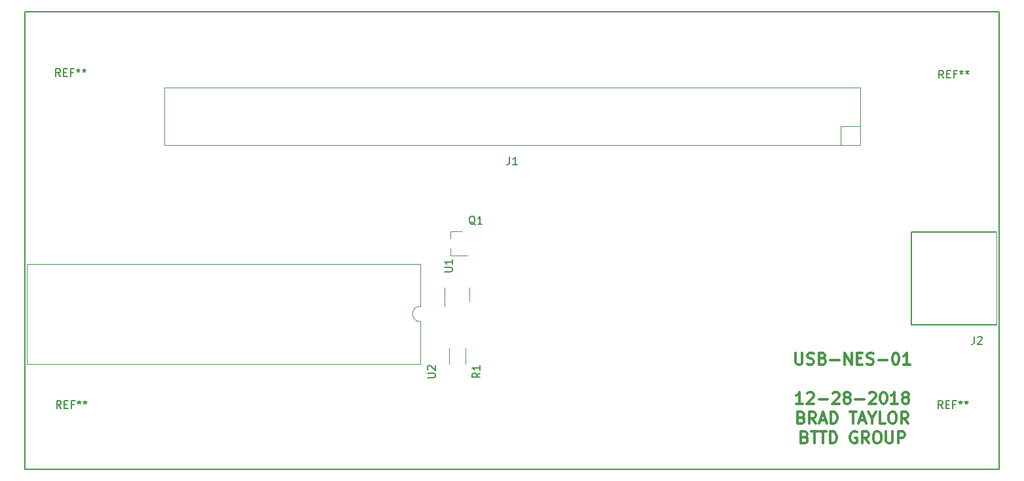
<source format=gbr>
G04 #@! TF.FileFunction,Legend,Top*
%FSLAX46Y46*%
G04 Gerber Fmt 4.6, Leading zero omitted, Abs format (unit mm)*
G04 Created by KiCad (PCBNEW 4.0.4-stable) date 12/28/18 13:00:29*
%MOMM*%
%LPD*%
G01*
G04 APERTURE LIST*
%ADD10C,0.100000*%
%ADD11C,0.300000*%
%ADD12C,0.150000*%
%ADD13C,0.120000*%
%ADD14C,0.050000*%
G04 APERTURE END LIST*
D10*
D11*
X185167858Y-135653571D02*
X185167858Y-136867857D01*
X185239286Y-137010714D01*
X185310715Y-137082143D01*
X185453572Y-137153571D01*
X185739286Y-137153571D01*
X185882144Y-137082143D01*
X185953572Y-137010714D01*
X186025001Y-136867857D01*
X186025001Y-135653571D01*
X186667858Y-137082143D02*
X186882144Y-137153571D01*
X187239287Y-137153571D01*
X187382144Y-137082143D01*
X187453573Y-137010714D01*
X187525001Y-136867857D01*
X187525001Y-136725000D01*
X187453573Y-136582143D01*
X187382144Y-136510714D01*
X187239287Y-136439286D01*
X186953573Y-136367857D01*
X186810715Y-136296429D01*
X186739287Y-136225000D01*
X186667858Y-136082143D01*
X186667858Y-135939286D01*
X186739287Y-135796429D01*
X186810715Y-135725000D01*
X186953573Y-135653571D01*
X187310715Y-135653571D01*
X187525001Y-135725000D01*
X188667858Y-136367857D02*
X188882144Y-136439286D01*
X188953572Y-136510714D01*
X189025001Y-136653571D01*
X189025001Y-136867857D01*
X188953572Y-137010714D01*
X188882144Y-137082143D01*
X188739286Y-137153571D01*
X188167858Y-137153571D01*
X188167858Y-135653571D01*
X188667858Y-135653571D01*
X188810715Y-135725000D01*
X188882144Y-135796429D01*
X188953572Y-135939286D01*
X188953572Y-136082143D01*
X188882144Y-136225000D01*
X188810715Y-136296429D01*
X188667858Y-136367857D01*
X188167858Y-136367857D01*
X189667858Y-136582143D02*
X190810715Y-136582143D01*
X191525001Y-137153571D02*
X191525001Y-135653571D01*
X192382144Y-137153571D01*
X192382144Y-135653571D01*
X193096430Y-136367857D02*
X193596430Y-136367857D01*
X193810716Y-137153571D02*
X193096430Y-137153571D01*
X193096430Y-135653571D01*
X193810716Y-135653571D01*
X194382144Y-137082143D02*
X194596430Y-137153571D01*
X194953573Y-137153571D01*
X195096430Y-137082143D01*
X195167859Y-137010714D01*
X195239287Y-136867857D01*
X195239287Y-136725000D01*
X195167859Y-136582143D01*
X195096430Y-136510714D01*
X194953573Y-136439286D01*
X194667859Y-136367857D01*
X194525001Y-136296429D01*
X194453573Y-136225000D01*
X194382144Y-136082143D01*
X194382144Y-135939286D01*
X194453573Y-135796429D01*
X194525001Y-135725000D01*
X194667859Y-135653571D01*
X195025001Y-135653571D01*
X195239287Y-135725000D01*
X195882144Y-136582143D02*
X197025001Y-136582143D01*
X198025001Y-135653571D02*
X198167858Y-135653571D01*
X198310715Y-135725000D01*
X198382144Y-135796429D01*
X198453573Y-135939286D01*
X198525001Y-136225000D01*
X198525001Y-136582143D01*
X198453573Y-136867857D01*
X198382144Y-137010714D01*
X198310715Y-137082143D01*
X198167858Y-137153571D01*
X198025001Y-137153571D01*
X197882144Y-137082143D01*
X197810715Y-137010714D01*
X197739287Y-136867857D01*
X197667858Y-136582143D01*
X197667858Y-136225000D01*
X197739287Y-135939286D01*
X197810715Y-135796429D01*
X197882144Y-135725000D01*
X198025001Y-135653571D01*
X199953572Y-137153571D02*
X199096429Y-137153571D01*
X199525001Y-137153571D02*
X199525001Y-135653571D01*
X199382144Y-135867857D01*
X199239286Y-136010714D01*
X199096429Y-136082143D01*
X186096430Y-142253571D02*
X185239287Y-142253571D01*
X185667859Y-142253571D02*
X185667859Y-140753571D01*
X185525002Y-140967857D01*
X185382144Y-141110714D01*
X185239287Y-141182143D01*
X186667858Y-140896429D02*
X186739287Y-140825000D01*
X186882144Y-140753571D01*
X187239287Y-140753571D01*
X187382144Y-140825000D01*
X187453573Y-140896429D01*
X187525001Y-141039286D01*
X187525001Y-141182143D01*
X187453573Y-141396429D01*
X186596430Y-142253571D01*
X187525001Y-142253571D01*
X188167858Y-141682143D02*
X189310715Y-141682143D01*
X189953572Y-140896429D02*
X190025001Y-140825000D01*
X190167858Y-140753571D01*
X190525001Y-140753571D01*
X190667858Y-140825000D01*
X190739287Y-140896429D01*
X190810715Y-141039286D01*
X190810715Y-141182143D01*
X190739287Y-141396429D01*
X189882144Y-142253571D01*
X190810715Y-142253571D01*
X191667858Y-141396429D02*
X191525000Y-141325000D01*
X191453572Y-141253571D01*
X191382143Y-141110714D01*
X191382143Y-141039286D01*
X191453572Y-140896429D01*
X191525000Y-140825000D01*
X191667858Y-140753571D01*
X191953572Y-140753571D01*
X192096429Y-140825000D01*
X192167858Y-140896429D01*
X192239286Y-141039286D01*
X192239286Y-141110714D01*
X192167858Y-141253571D01*
X192096429Y-141325000D01*
X191953572Y-141396429D01*
X191667858Y-141396429D01*
X191525000Y-141467857D01*
X191453572Y-141539286D01*
X191382143Y-141682143D01*
X191382143Y-141967857D01*
X191453572Y-142110714D01*
X191525000Y-142182143D01*
X191667858Y-142253571D01*
X191953572Y-142253571D01*
X192096429Y-142182143D01*
X192167858Y-142110714D01*
X192239286Y-141967857D01*
X192239286Y-141682143D01*
X192167858Y-141539286D01*
X192096429Y-141467857D01*
X191953572Y-141396429D01*
X192882143Y-141682143D02*
X194025000Y-141682143D01*
X194667857Y-140896429D02*
X194739286Y-140825000D01*
X194882143Y-140753571D01*
X195239286Y-140753571D01*
X195382143Y-140825000D01*
X195453572Y-140896429D01*
X195525000Y-141039286D01*
X195525000Y-141182143D01*
X195453572Y-141396429D01*
X194596429Y-142253571D01*
X195525000Y-142253571D01*
X196453571Y-140753571D02*
X196596428Y-140753571D01*
X196739285Y-140825000D01*
X196810714Y-140896429D01*
X196882143Y-141039286D01*
X196953571Y-141325000D01*
X196953571Y-141682143D01*
X196882143Y-141967857D01*
X196810714Y-142110714D01*
X196739285Y-142182143D01*
X196596428Y-142253571D01*
X196453571Y-142253571D01*
X196310714Y-142182143D01*
X196239285Y-142110714D01*
X196167857Y-141967857D01*
X196096428Y-141682143D01*
X196096428Y-141325000D01*
X196167857Y-141039286D01*
X196239285Y-140896429D01*
X196310714Y-140825000D01*
X196453571Y-140753571D01*
X198382142Y-142253571D02*
X197524999Y-142253571D01*
X197953571Y-142253571D02*
X197953571Y-140753571D01*
X197810714Y-140967857D01*
X197667856Y-141110714D01*
X197524999Y-141182143D01*
X199239285Y-141396429D02*
X199096427Y-141325000D01*
X199024999Y-141253571D01*
X198953570Y-141110714D01*
X198953570Y-141039286D01*
X199024999Y-140896429D01*
X199096427Y-140825000D01*
X199239285Y-140753571D01*
X199524999Y-140753571D01*
X199667856Y-140825000D01*
X199739285Y-140896429D01*
X199810713Y-141039286D01*
X199810713Y-141110714D01*
X199739285Y-141253571D01*
X199667856Y-141325000D01*
X199524999Y-141396429D01*
X199239285Y-141396429D01*
X199096427Y-141467857D01*
X199024999Y-141539286D01*
X198953570Y-141682143D01*
X198953570Y-141967857D01*
X199024999Y-142110714D01*
X199096427Y-142182143D01*
X199239285Y-142253571D01*
X199524999Y-142253571D01*
X199667856Y-142182143D01*
X199739285Y-142110714D01*
X199810713Y-141967857D01*
X199810713Y-141682143D01*
X199739285Y-141539286D01*
X199667856Y-141467857D01*
X199524999Y-141396429D01*
X185917858Y-144017857D02*
X186132144Y-144089286D01*
X186203572Y-144160714D01*
X186275001Y-144303571D01*
X186275001Y-144517857D01*
X186203572Y-144660714D01*
X186132144Y-144732143D01*
X185989286Y-144803571D01*
X185417858Y-144803571D01*
X185417858Y-143303571D01*
X185917858Y-143303571D01*
X186060715Y-143375000D01*
X186132144Y-143446429D01*
X186203572Y-143589286D01*
X186203572Y-143732143D01*
X186132144Y-143875000D01*
X186060715Y-143946429D01*
X185917858Y-144017857D01*
X185417858Y-144017857D01*
X187775001Y-144803571D02*
X187275001Y-144089286D01*
X186917858Y-144803571D02*
X186917858Y-143303571D01*
X187489286Y-143303571D01*
X187632144Y-143375000D01*
X187703572Y-143446429D01*
X187775001Y-143589286D01*
X187775001Y-143803571D01*
X187703572Y-143946429D01*
X187632144Y-144017857D01*
X187489286Y-144089286D01*
X186917858Y-144089286D01*
X188346429Y-144375000D02*
X189060715Y-144375000D01*
X188203572Y-144803571D02*
X188703572Y-143303571D01*
X189203572Y-144803571D01*
X189703572Y-144803571D02*
X189703572Y-143303571D01*
X190060715Y-143303571D01*
X190275000Y-143375000D01*
X190417858Y-143517857D01*
X190489286Y-143660714D01*
X190560715Y-143946429D01*
X190560715Y-144160714D01*
X190489286Y-144446429D01*
X190417858Y-144589286D01*
X190275000Y-144732143D01*
X190060715Y-144803571D01*
X189703572Y-144803571D01*
X192132143Y-143303571D02*
X192989286Y-143303571D01*
X192560715Y-144803571D02*
X192560715Y-143303571D01*
X193417857Y-144375000D02*
X194132143Y-144375000D01*
X193275000Y-144803571D02*
X193775000Y-143303571D01*
X194275000Y-144803571D01*
X195060714Y-144089286D02*
X195060714Y-144803571D01*
X194560714Y-143303571D02*
X195060714Y-144089286D01*
X195560714Y-143303571D01*
X196775000Y-144803571D02*
X196060714Y-144803571D01*
X196060714Y-143303571D01*
X197560714Y-143303571D02*
X197846428Y-143303571D01*
X197989286Y-143375000D01*
X198132143Y-143517857D01*
X198203571Y-143803571D01*
X198203571Y-144303571D01*
X198132143Y-144589286D01*
X197989286Y-144732143D01*
X197846428Y-144803571D01*
X197560714Y-144803571D01*
X197417857Y-144732143D01*
X197275000Y-144589286D01*
X197203571Y-144303571D01*
X197203571Y-143803571D01*
X197275000Y-143517857D01*
X197417857Y-143375000D01*
X197560714Y-143303571D01*
X199703572Y-144803571D02*
X199203572Y-144089286D01*
X198846429Y-144803571D02*
X198846429Y-143303571D01*
X199417857Y-143303571D01*
X199560715Y-143375000D01*
X199632143Y-143446429D01*
X199703572Y-143589286D01*
X199703572Y-143803571D01*
X199632143Y-143946429D01*
X199560715Y-144017857D01*
X199417857Y-144089286D01*
X198846429Y-144089286D01*
X186346429Y-146567857D02*
X186560715Y-146639286D01*
X186632143Y-146710714D01*
X186703572Y-146853571D01*
X186703572Y-147067857D01*
X186632143Y-147210714D01*
X186560715Y-147282143D01*
X186417857Y-147353571D01*
X185846429Y-147353571D01*
X185846429Y-145853571D01*
X186346429Y-145853571D01*
X186489286Y-145925000D01*
X186560715Y-145996429D01*
X186632143Y-146139286D01*
X186632143Y-146282143D01*
X186560715Y-146425000D01*
X186489286Y-146496429D01*
X186346429Y-146567857D01*
X185846429Y-146567857D01*
X187132143Y-145853571D02*
X187989286Y-145853571D01*
X187560715Y-147353571D02*
X187560715Y-145853571D01*
X188275000Y-145853571D02*
X189132143Y-145853571D01*
X188703572Y-147353571D02*
X188703572Y-145853571D01*
X189632143Y-147353571D02*
X189632143Y-145853571D01*
X189989286Y-145853571D01*
X190203571Y-145925000D01*
X190346429Y-146067857D01*
X190417857Y-146210714D01*
X190489286Y-146496429D01*
X190489286Y-146710714D01*
X190417857Y-146996429D01*
X190346429Y-147139286D01*
X190203571Y-147282143D01*
X189989286Y-147353571D01*
X189632143Y-147353571D01*
X193060714Y-145925000D02*
X192917857Y-145853571D01*
X192703571Y-145853571D01*
X192489286Y-145925000D01*
X192346428Y-146067857D01*
X192275000Y-146210714D01*
X192203571Y-146496429D01*
X192203571Y-146710714D01*
X192275000Y-146996429D01*
X192346428Y-147139286D01*
X192489286Y-147282143D01*
X192703571Y-147353571D01*
X192846428Y-147353571D01*
X193060714Y-147282143D01*
X193132143Y-147210714D01*
X193132143Y-146710714D01*
X192846428Y-146710714D01*
X194632143Y-147353571D02*
X194132143Y-146639286D01*
X193775000Y-147353571D02*
X193775000Y-145853571D01*
X194346428Y-145853571D01*
X194489286Y-145925000D01*
X194560714Y-145996429D01*
X194632143Y-146139286D01*
X194632143Y-146353571D01*
X194560714Y-146496429D01*
X194489286Y-146567857D01*
X194346428Y-146639286D01*
X193775000Y-146639286D01*
X195560714Y-145853571D02*
X195846428Y-145853571D01*
X195989286Y-145925000D01*
X196132143Y-146067857D01*
X196203571Y-146353571D01*
X196203571Y-146853571D01*
X196132143Y-147139286D01*
X195989286Y-147282143D01*
X195846428Y-147353571D01*
X195560714Y-147353571D01*
X195417857Y-147282143D01*
X195275000Y-147139286D01*
X195203571Y-146853571D01*
X195203571Y-146353571D01*
X195275000Y-146067857D01*
X195417857Y-145925000D01*
X195560714Y-145853571D01*
X196846429Y-145853571D02*
X196846429Y-147067857D01*
X196917857Y-147210714D01*
X196989286Y-147282143D01*
X197132143Y-147353571D01*
X197417857Y-147353571D01*
X197560715Y-147282143D01*
X197632143Y-147210714D01*
X197703572Y-147067857D01*
X197703572Y-145853571D01*
X198417858Y-147353571D02*
X198417858Y-145853571D01*
X198989286Y-145853571D01*
X199132144Y-145925000D01*
X199203572Y-145996429D01*
X199275001Y-146139286D01*
X199275001Y-146353571D01*
X199203572Y-146496429D01*
X199132144Y-146567857D01*
X198989286Y-146639286D01*
X198417858Y-146639286D01*
D12*
X211500000Y-150700000D02*
X211500000Y-91500000D01*
X85500000Y-150700000D02*
X85500000Y-91500000D01*
X85500000Y-91500000D02*
X211500000Y-91500000D01*
X85500000Y-150700000D02*
X211500000Y-150700000D01*
D13*
X103501100Y-101253600D02*
X103501100Y-108753600D01*
X193501100Y-101253600D02*
X103501100Y-101253600D01*
X193501100Y-108753600D02*
X103501100Y-108753600D01*
X191001100Y-106253600D02*
X191001100Y-108753600D01*
X191001100Y-106253600D02*
X193501100Y-106253600D01*
X193501100Y-101253600D02*
X193501100Y-108753600D01*
X136630000Y-131620000D02*
G75*
G02X136630000Y-129620000I0J1000000D01*
G01*
X136630000Y-129620000D02*
X136630000Y-124160000D01*
X136630000Y-124160000D02*
X85710000Y-124160000D01*
X85710000Y-124160000D02*
X85710000Y-137080000D01*
X85710000Y-137080000D02*
X136630000Y-137080000D01*
X136630000Y-137080000D02*
X136630000Y-131620000D01*
D12*
X211100000Y-120000000D02*
X200100000Y-120000000D01*
X200100000Y-120000000D02*
X200100000Y-132000000D01*
X211100000Y-132000000D02*
X200100000Y-132000000D01*
D14*
X211100000Y-132000000D02*
X211100000Y-120000000D01*
D13*
X140540000Y-119920000D02*
X140540000Y-120850000D01*
X140540000Y-123080000D02*
X140540000Y-122150000D01*
X140540000Y-123080000D02*
X142700000Y-123080000D01*
X140540000Y-119920000D02*
X142000000Y-119920000D01*
X142470000Y-135100000D02*
X142470000Y-137100000D01*
X140330000Y-137100000D02*
X140330000Y-135100000D01*
X143010000Y-129000000D02*
X143010000Y-127200000D01*
X139790000Y-127200000D02*
X139790000Y-129650000D01*
D12*
X148166667Y-110252381D02*
X148166667Y-110966667D01*
X148119047Y-111109524D01*
X148023809Y-111204762D01*
X147880952Y-111252381D01*
X147785714Y-111252381D01*
X149166667Y-111252381D02*
X148595238Y-111252381D01*
X148880952Y-111252381D02*
X148880952Y-110252381D01*
X148785714Y-110395238D01*
X148690476Y-110490476D01*
X148595238Y-110538095D01*
X204266667Y-100052381D02*
X203933333Y-99576190D01*
X203695238Y-100052381D02*
X203695238Y-99052381D01*
X204076191Y-99052381D01*
X204171429Y-99100000D01*
X204219048Y-99147619D01*
X204266667Y-99242857D01*
X204266667Y-99385714D01*
X204219048Y-99480952D01*
X204171429Y-99528571D01*
X204076191Y-99576190D01*
X203695238Y-99576190D01*
X204695238Y-99528571D02*
X205028572Y-99528571D01*
X205171429Y-100052381D02*
X204695238Y-100052381D01*
X204695238Y-99052381D01*
X205171429Y-99052381D01*
X205933334Y-99528571D02*
X205600000Y-99528571D01*
X205600000Y-100052381D02*
X205600000Y-99052381D01*
X206076191Y-99052381D01*
X206600000Y-99052381D02*
X206600000Y-99290476D01*
X206361905Y-99195238D02*
X206600000Y-99290476D01*
X206838096Y-99195238D01*
X206457143Y-99480952D02*
X206600000Y-99290476D01*
X206742858Y-99480952D01*
X207361905Y-99052381D02*
X207361905Y-99290476D01*
X207123810Y-99195238D02*
X207361905Y-99290476D01*
X207600001Y-99195238D01*
X207219048Y-99480952D02*
X207361905Y-99290476D01*
X207504763Y-99480952D01*
X90066667Y-99852381D02*
X89733333Y-99376190D01*
X89495238Y-99852381D02*
X89495238Y-98852381D01*
X89876191Y-98852381D01*
X89971429Y-98900000D01*
X90019048Y-98947619D01*
X90066667Y-99042857D01*
X90066667Y-99185714D01*
X90019048Y-99280952D01*
X89971429Y-99328571D01*
X89876191Y-99376190D01*
X89495238Y-99376190D01*
X90495238Y-99328571D02*
X90828572Y-99328571D01*
X90971429Y-99852381D02*
X90495238Y-99852381D01*
X90495238Y-98852381D01*
X90971429Y-98852381D01*
X91733334Y-99328571D02*
X91400000Y-99328571D01*
X91400000Y-99852381D02*
X91400000Y-98852381D01*
X91876191Y-98852381D01*
X92400000Y-98852381D02*
X92400000Y-99090476D01*
X92161905Y-98995238D02*
X92400000Y-99090476D01*
X92638096Y-98995238D01*
X92257143Y-99280952D02*
X92400000Y-99090476D01*
X92542858Y-99280952D01*
X93161905Y-98852381D02*
X93161905Y-99090476D01*
X92923810Y-98995238D02*
X93161905Y-99090476D01*
X93400001Y-98995238D01*
X93019048Y-99280952D02*
X93161905Y-99090476D01*
X93304763Y-99280952D01*
X137552381Y-138861905D02*
X138361905Y-138861905D01*
X138457143Y-138814286D01*
X138504762Y-138766667D01*
X138552381Y-138671429D01*
X138552381Y-138480952D01*
X138504762Y-138385714D01*
X138457143Y-138338095D01*
X138361905Y-138290476D01*
X137552381Y-138290476D01*
X137647619Y-137861905D02*
X137600000Y-137814286D01*
X137552381Y-137719048D01*
X137552381Y-137480952D01*
X137600000Y-137385714D01*
X137647619Y-137338095D01*
X137742857Y-137290476D01*
X137838095Y-137290476D01*
X137980952Y-137338095D01*
X138552381Y-137909524D01*
X138552381Y-137290476D01*
X204166667Y-142842381D02*
X203833333Y-142366190D01*
X203595238Y-142842381D02*
X203595238Y-141842381D01*
X203976191Y-141842381D01*
X204071429Y-141890000D01*
X204119048Y-141937619D01*
X204166667Y-142032857D01*
X204166667Y-142175714D01*
X204119048Y-142270952D01*
X204071429Y-142318571D01*
X203976191Y-142366190D01*
X203595238Y-142366190D01*
X204595238Y-142318571D02*
X204928572Y-142318571D01*
X205071429Y-142842381D02*
X204595238Y-142842381D01*
X204595238Y-141842381D01*
X205071429Y-141842381D01*
X205833334Y-142318571D02*
X205500000Y-142318571D01*
X205500000Y-142842381D02*
X205500000Y-141842381D01*
X205976191Y-141842381D01*
X206500000Y-141842381D02*
X206500000Y-142080476D01*
X206261905Y-141985238D02*
X206500000Y-142080476D01*
X206738096Y-141985238D01*
X206357143Y-142270952D02*
X206500000Y-142080476D01*
X206642858Y-142270952D01*
X207261905Y-141842381D02*
X207261905Y-142080476D01*
X207023810Y-141985238D02*
X207261905Y-142080476D01*
X207500001Y-141985238D01*
X207119048Y-142270952D02*
X207261905Y-142080476D01*
X207404763Y-142270952D01*
X208266667Y-133552381D02*
X208266667Y-134266667D01*
X208219047Y-134409524D01*
X208123809Y-134504762D01*
X207980952Y-134552381D01*
X207885714Y-134552381D01*
X208695238Y-133647619D02*
X208742857Y-133600000D01*
X208838095Y-133552381D01*
X209076191Y-133552381D01*
X209171429Y-133600000D01*
X209219048Y-133647619D01*
X209266667Y-133742857D01*
X209266667Y-133838095D01*
X209219048Y-133980952D01*
X208647619Y-134552381D01*
X209266667Y-134552381D01*
X143704762Y-119047619D02*
X143609524Y-119000000D01*
X143514286Y-118904762D01*
X143371429Y-118761905D01*
X143276190Y-118714286D01*
X143180952Y-118714286D01*
X143228571Y-118952381D02*
X143133333Y-118904762D01*
X143038095Y-118809524D01*
X142990476Y-118619048D01*
X142990476Y-118285714D01*
X143038095Y-118095238D01*
X143133333Y-118000000D01*
X143228571Y-117952381D01*
X143419048Y-117952381D01*
X143514286Y-118000000D01*
X143609524Y-118095238D01*
X143657143Y-118285714D01*
X143657143Y-118619048D01*
X143609524Y-118809524D01*
X143514286Y-118904762D01*
X143419048Y-118952381D01*
X143228571Y-118952381D01*
X144609524Y-118952381D02*
X144038095Y-118952381D01*
X144323809Y-118952381D02*
X144323809Y-117952381D01*
X144228571Y-118095238D01*
X144133333Y-118190476D01*
X144038095Y-118238095D01*
X144352381Y-138266666D02*
X143876190Y-138600000D01*
X144352381Y-138838095D02*
X143352381Y-138838095D01*
X143352381Y-138457142D01*
X143400000Y-138361904D01*
X143447619Y-138314285D01*
X143542857Y-138266666D01*
X143685714Y-138266666D01*
X143780952Y-138314285D01*
X143828571Y-138361904D01*
X143876190Y-138457142D01*
X143876190Y-138838095D01*
X144352381Y-137314285D02*
X144352381Y-137885714D01*
X144352381Y-137600000D02*
X143352381Y-137600000D01*
X143495238Y-137695238D01*
X143590476Y-137790476D01*
X143638095Y-137885714D01*
X139752381Y-125161905D02*
X140561905Y-125161905D01*
X140657143Y-125114286D01*
X140704762Y-125066667D01*
X140752381Y-124971429D01*
X140752381Y-124780952D01*
X140704762Y-124685714D01*
X140657143Y-124638095D01*
X140561905Y-124590476D01*
X139752381Y-124590476D01*
X140752381Y-123590476D02*
X140752381Y-124161905D01*
X140752381Y-123876191D02*
X139752381Y-123876191D01*
X139895238Y-123971429D01*
X139990476Y-124066667D01*
X140038095Y-124161905D01*
X90166667Y-142842381D02*
X89833333Y-142366190D01*
X89595238Y-142842381D02*
X89595238Y-141842381D01*
X89976191Y-141842381D01*
X90071429Y-141890000D01*
X90119048Y-141937619D01*
X90166667Y-142032857D01*
X90166667Y-142175714D01*
X90119048Y-142270952D01*
X90071429Y-142318571D01*
X89976191Y-142366190D01*
X89595238Y-142366190D01*
X90595238Y-142318571D02*
X90928572Y-142318571D01*
X91071429Y-142842381D02*
X90595238Y-142842381D01*
X90595238Y-141842381D01*
X91071429Y-141842381D01*
X91833334Y-142318571D02*
X91500000Y-142318571D01*
X91500000Y-142842381D02*
X91500000Y-141842381D01*
X91976191Y-141842381D01*
X92500000Y-141842381D02*
X92500000Y-142080476D01*
X92261905Y-141985238D02*
X92500000Y-142080476D01*
X92738096Y-141985238D01*
X92357143Y-142270952D02*
X92500000Y-142080476D01*
X92642858Y-142270952D01*
X93261905Y-141842381D02*
X93261905Y-142080476D01*
X93023810Y-141985238D02*
X93261905Y-142080476D01*
X93500001Y-141985238D01*
X93119048Y-142270952D02*
X93261905Y-142080476D01*
X93404763Y-142270952D01*
M02*

</source>
